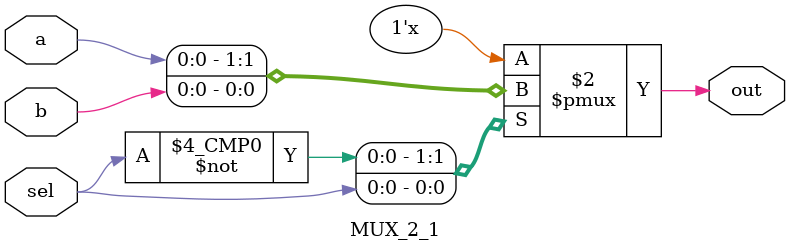
<source format=sv>
module MUX_2_1 #(
    parameter BITS = 1
) (
    input wire [BITS-1:0] a,
    input wire [BITS-1:0] b,
    input wire sel,
    output logic [BITS-1:0] out
);

    always_comb begin
        
        case(sel)
            1'b0: out = a;
            1'b1: out = b;
            default: out = {BITS{1'bx}};
        endcase
    end
    
endmodule
</source>
